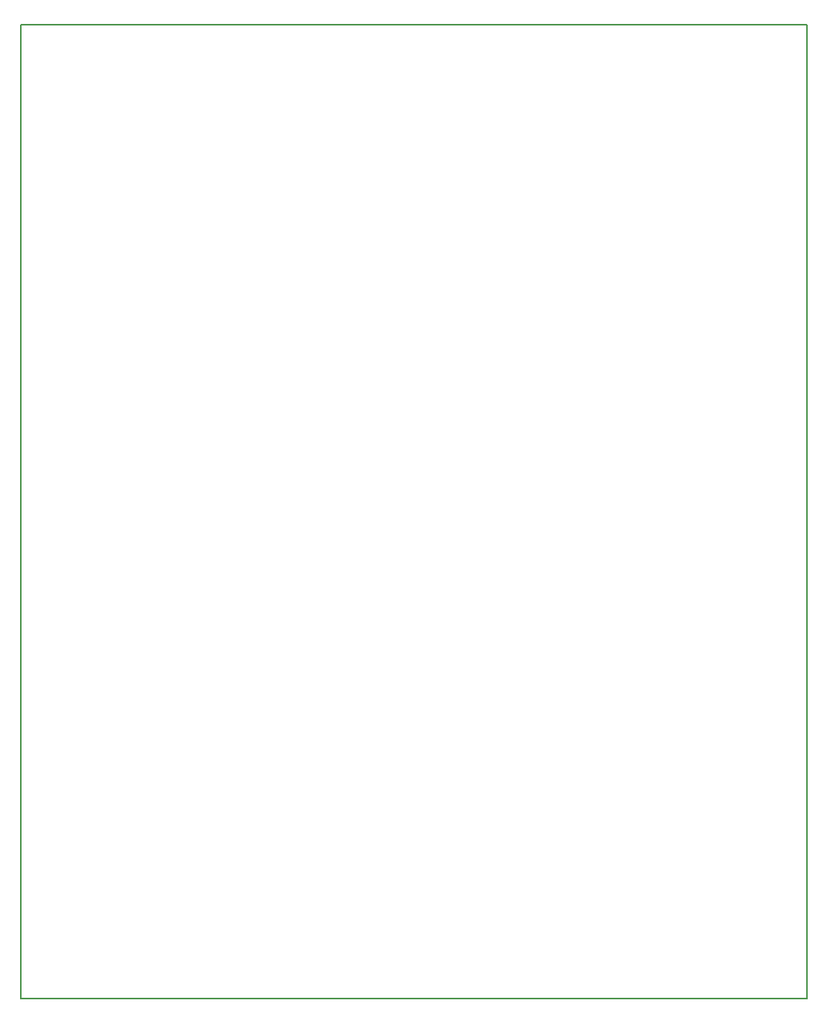
<source format=gbr>
%TF.GenerationSoftware,KiCad,Pcbnew,9.0.6*%
%TF.CreationDate,2025-12-15T19:17:09+00:00*%
%TF.ProjectId,VoltaPCB,566f6c74-6150-4434-922e-6b696361645f,rev?*%
%TF.SameCoordinates,Original*%
%TF.FileFunction,Profile,NP*%
%FSLAX46Y46*%
G04 Gerber Fmt 4.6, Leading zero omitted, Abs format (unit mm)*
G04 Created by KiCad (PCBNEW 9.0.6) date 2025-12-15 19:17:09*
%MOMM*%
%LPD*%
G01*
G04 APERTURE LIST*
%TA.AperFunction,Profile*%
%ADD10C,0.200000*%
%TD*%
G04 APERTURE END LIST*
D10*
X95700000Y-29450000D02*
X182070000Y-29450000D01*
X182070000Y-136300000D01*
X95700000Y-136300000D01*
X95700000Y-29450000D01*
M02*

</source>
